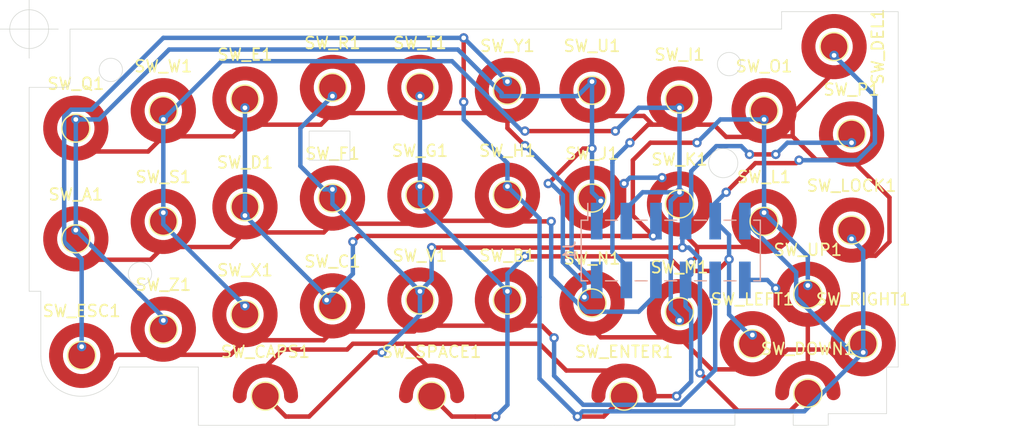
<source format=kicad_pcb>
(kicad_pcb (version 20211014) (generator pcbnew)
  (layers (0 "F.Cu" signal) (31 "B.Cu" signal) (34 "B.Paste" user) (35 "F.Paste" user) (36 "B.SilkS" user "B.Silkscreen") (37 "F.SilkS" user "F.Silkscreen") (38 "B.Mask" user) (39 "F.Mask" user) (44 "Edge.Cuts" user))
  (net 0 "")
  (net 1 "/INPUT5")
  (net 2 "/INPUT6")
  (net 3 "/INPUT1")
  (net 4 "/INPUT3")
  (net 5 "/INPUT4")
  (net 6 "/INPUT2")
  (net 7 "/OUTPUT1")
  (net 8 "/OUTPUT2")
  (net 9 "/OUTPUT3")
  (net 10 "/OUTPUT4")
  (net 11 "/OUTPUT5")
  (net 12 "/OUTPUT6")
  (footprint "Library:P22_Dome_Switch_Semi" (layer "F.Cu") (at 151 131.5)
    (fp_text reference "SW_ENTER1" (at 0 -3.81) (layer "F.SilkS"))
    (fp_text value "SW_SPST")
    (pad "1" smd circle (at 0 0) (size 2.3 2.3) (layers "F.Cu" "F.Mask") (net 2 "/INPUT6"))
    (pad "2" smd custom (at 0 -2.2) (size 1 1) (layers "F.Cu" "F.Mask") (net 10 "/OUTPUT4") (options (clearance outline) (anchor circle)) (primitives (gr_arc (start -2.2 2.2) (mid 0 0) (end 2.2 2.2) (width 1.2))))
  )
  (footprint "Library:P22_Dome_Switch_Semi" (layer "F.Cu") (at 134.5 131.5)
    (fp_text reference "SW_SPACE1" (at 0 -3.81) (layer "F.SilkS"))
    (fp_text value "SW_SPST")
    (pad "1" smd circle (at 0 0) (size 2.3 2.3) (layers "F.Cu" "F.Mask") (net 1 "/INPUT5"))
    (pad "2" smd custom (at 0 -2.2) (size 1 1) (layers "F.Cu" "F.Mask") (net 10 "/OUTPUT4") (options (clearance outline) (anchor circle)) (primitives (gr_arc (start -2.2 2.2) (mid 0 0) (end 2.2 2.2) (width 1.2))))
  )
  (footprint "Library:P22_Dome_Switch" (layer "F.Cu") (at 104 118)
    (fp_text reference "SW_A1" (at 0 -3.81) (layer "F.SilkS"))
    (fp_text value "SW_SPST")
    (pad "1" smd circle (at 0 0) (size 2.3 2.3) (layers "F.Cu" "F.Mask") (net 3 "/INPUT1"))
    (pad "2" smd custom (at 0 2.2) (size 1 1) (layers "F.Cu" "F.Mask") (net 9 "/OUTPUT3") (options (clearance outline) (anchor circle)) (primitives (gr_circle (center 0 -2.2) (end 2.2 -2.2) (width 1.2) (fill none))))
  )
  (footprint "Library:P22_Dome_Switch" (layer "F.Cu") (at 169 101.5)
    (fp_text reference "SW_DEL1" (at 3.75 0 270) (layer "F.SilkS"))
    (fp_text value "SW_SPST")
    (pad "1" smd circle (at 0 0) (size 2.3 2.3) (layers "F.Cu" "F.Mask") (net 1 "/INPUT5"))
    (pad "2" smd custom (at 0 2.2) (size 1 1) (layers "F.Cu" "F.Mask") (net 8 "/OUTPUT2") (options (clearance outline) (anchor circle)) (primitives (gr_circle (center 0 -2.2) (end 2.2 -2.2) (width 1.2) (fill none))))
  )
  (footprint "Library:P22_Dome_Switch" (layer "F.Cu") (at 148.25 123.5)
    (fp_text reference "SW_N1" (at 0 -3.81) (layer "F.SilkS"))
    (fp_text value "SW_SPST")
    (pad "1" smd circle (at 0 0) (size 2.3 2.3) (layers "F.Cu" "F.Mask") (net 3 "/INPUT1"))
    (pad "2" smd custom (at 0 2.2) (size 1 1) (layers "F.Cu" "F.Mask") (net 12 "/OUTPUT6") (options (clearance outline) (anchor circle)) (primitives (gr_circle (center 0 -2.2) (end 2.2 -2.2) (width 1.2) (fill none))))
  )
  (footprint "Library:P22_Dome_Switch" (layer "F.Cu") (at 133.5 123.25)
    (fp_text reference "SW_V1" (at 0 -3.81) (layer "F.SilkS"))
    (fp_text value "SW_SPST")
    (pad "1" smd circle (at 0 0) (size 2.3 2.3) (layers "F.Cu" "F.Mask") (net 5 "/INPUT4"))
    (pad "2" smd custom (at 0 2.2) (size 1 1) (layers "F.Cu" "F.Mask") (net 11 "/OUTPUT5") (options (clearance outline) (anchor circle)) (primitives (gr_circle (center 0 -2.2) (end 2.2 -2.2) (width 1.2) (fill none))))
  )
  (footprint "Library:P22_Dome_Switch" (layer "F.Cu") (at 118.5 115.25)
    (fp_text reference "SW_D1" (at 0 -3.81) (layer "F.SilkS"))
    (fp_text value "SW_SPST")
    (pad "1" smd circle (at 0 0) (size 2.3 2.3) (layers "F.Cu" "F.Mask") (net 4 "/INPUT3"))
    (pad "2" smd custom (at 0 2.2) (size 1 1) (layers "F.Cu" "F.Mask") (net 9 "/OUTPUT3") (options (clearance outline) (anchor circle)) (primitives (gr_circle (center 0 -2.2) (end 2.2 -2.2) (width 1.2) (fill none))))
  )
  (footprint "Library:P22_Dome_Switch" (layer "F.Cu") (at 141 123.25)
    (fp_text reference "SW_B1" (at 0 -3.81) (layer "F.SilkS"))
    (fp_text value "SW_SPST")
    (pad "1" smd circle (at 0 0) (size 2.3 2.3) (layers "F.Cu" "F.Mask") (net 1 "/INPUT5"))
    (pad "2" smd custom (at 0 2.2) (size 1 1) (layers "F.Cu" "F.Mask") (net 11 "/OUTPUT5") (options (clearance outline) (anchor circle)) (primitives (gr_circle (center 0 -2.2) (end 2.2 -2.2) (width 1.2) (fill none))))
  )
  (footprint "Library:P22_Dome_Switch" (layer "F.Cu") (at 171.5 127)
    (fp_text reference "SW_RIGHT1" (at 0 -3.81) (layer "F.SilkS"))
    (fp_text value "SW_SPST")
    (pad "1" smd circle (at 0 0) (size 2.3 2.3) (layers "F.Cu" "F.Mask") (net 2 "/INPUT6"))
    (pad "2" smd custom (at 0 2.2) (size 1 1) (layers "F.Cu" "F.Mask") (net 12 "/OUTPUT6") (options (clearance outline) (anchor circle)) (primitives (gr_circle (center 0 -2.2) (end 2.2 -2.2) (width 1.2) (fill none))))
  )
  (footprint "Library:P22_Dome_Switch" (layer "F.Cu") (at 141 114.25)
    (fp_text reference "SW_H1" (at 0 -3.81) (layer "F.SilkS"))
    (fp_text value "SW_SPST")
    (pad "1" smd circle (at 0 0) (size 2.3 2.3) (layers "F.Cu" "F.Mask") (net 2 "/INPUT6"))
    (pad "2" smd custom (at 0 2.2) (size 1 1) (layers "F.Cu" "F.Mask") (net 9 "/OUTPUT3") (options (clearance outline) (anchor circle)) (primitives (gr_circle (center 0 -2.2) (end 2.2 -2.2) (width 1.2) (fill none))))
  )
  (footprint "Library:P22_Dome_Switch" (layer "F.Cu") (at 126 114.5)
    (fp_text reference "SW_F1" (at 0 -3.81) (layer "F.SilkS"))
    (fp_text value "SW_SPST")
    (pad "1" smd circle (at 0 0) (size 2.3 2.3) (layers "F.Cu" "F.Mask") (net 5 "/INPUT4"))
    (pad "2" smd custom (at 0 2.2) (size 1 1) (layers "F.Cu" "F.Mask") (net 9 "/OUTPUT3") (options (clearance outline) (anchor circle)) (primitives (gr_circle (center 0 -2.2) (end 2.2 -2.2) (width 1.2) (fill none))))
  )
  (footprint "Library:P22_Dome_Switch" (layer "F.Cu") (at 111.5 116.5)
    (fp_text reference "SW_S1" (at 0 -3.81) (layer "F.SilkS"))
    (fp_text value "SW_SPST")
    (pad "1" smd circle (at 0 0) (size 2.3 2.3) (layers "F.Cu" "F.Mask") (net 6 "/INPUT2"))
    (pad "2" smd custom (at 0 2.2) (size 1 1) (layers "F.Cu" "F.Mask") (net 9 "/OUTPUT3") (options (clearance outline) (anchor circle)) (primitives (gr_circle (center 0 -2.2) (end 2.2 -2.2) (width 1.2) (fill none))))
  )
  (footprint "Library:P22_Dome_Switch" (layer "F.Cu") (at 155.75 115)
    (fp_text reference "SW_K1" (at 0 -3.81) (layer "F.SilkS"))
    (fp_text value "SW_SPST")
    (pad "1" smd circle (at 0 0) (size 2.3 2.3) (layers "F.Cu" "F.Mask") (net 6 "/INPUT2"))
    (pad "2" smd custom (at 0 2.2) (size 1 1) (layers "F.Cu" "F.Mask") (net 10 "/OUTPUT4") (options (clearance outline) (anchor circle)) (primitives (gr_circle (center 0 -2.2) (end 2.2 -2.2) (width 1.2) (fill none))))
  )
  (footprint "Library:P22_Dome_Switch" (layer "F.Cu") (at 118.5 106)
    (fp_text reference "SW_E1" (at 0 -3.81) (layer "F.SilkS"))
    (fp_text value "SW_SPST")
    (pad "1" smd circle (at 0 0) (size 2.3 2.3) (layers "F.Cu" "F.Mask") (net 4 "/INPUT3"))
    (pad "2" smd custom (at 0 2.2) (size 1 1) (layers "F.Cu" "F.Mask") (net 7 "/OUTPUT1") (options (clearance outline) (anchor circle)) (primitives (gr_circle (center 0 -2.2) (end 2.2 -2.2) (width 1.2) (fill none))))
  )
  (footprint "Library:P22_Dome_Switch" (layer "F.Cu") (at 126 123.75)
    (fp_text reference "SW_C1" (at 0 -3.81) (layer "F.SilkS"))
    (fp_text value "SW_SPST")
    (pad "1" smd circle (at 0 0) (size 2.3 2.3) (layers "F.Cu" "F.Mask") (net 4 "/INPUT3"))
    (pad "2" smd custom (at 0 2.2) (size 1 1) (layers "F.Cu" "F.Mask") (net 11 "/OUTPUT5") (options (clearance outline) (anchor circle)) (primitives (gr_circle (center 0 -2.2) (end 2.2 -2.2) (width 1.2) (fill none))))
  )
  (footprint "Library:P22_Dome_Switch" (layer "F.Cu") (at 111.5 107)
    (fp_text reference "SW_W1" (at 0 -3.81) (layer "F.SilkS"))
    (fp_text value "SW_SPST")
    (pad "1" smd circle (at 0 0) (size 2.3 2.3) (layers "F.Cu" "F.Mask") (net 6 "/INPUT2"))
    (pad "2" smd custom (at 0 2.2) (size 1 1) (layers "F.Cu" "F.Mask") (net 7 "/OUTPUT1") (options (clearance outline) (anchor circle)) (primitives (gr_circle (center 0 -2.2) (end 2.2 -2.2) (width 1.2) (fill none))))
  )
  (footprint "Library:P22_Dome_Switch" (layer "F.Cu") (at 133.5 105)
    (fp_text reference "SW_T1" (at 0 -3.81) (layer "F.SilkS"))
    (fp_text value "SW_SPST")
    (pad "1" smd circle (at 0 0) (size 2.3 2.3) (layers "F.Cu" "F.Mask") (net 1 "/INPUT5"))
    (pad "2" smd custom (at 0 2.2) (size 1 1) (layers "F.Cu" "F.Mask") (net 7 "/OUTPUT1") (options (clearance outline) (anchor circle)) (primitives (gr_circle (center 0 -2.2) (end 2.2 -2.2) (width 1.2) (fill none))))
  )
  (footprint "Library:P22_Dome_Switch" (layer "F.Cu") (at 126 105)
    (fp_text reference "SW_R1" (at 0 -3.81) (layer "F.SilkS"))
    (fp_text value "SW_SPST")
    (pad "1" smd circle (at 0 0) (size 2.3 2.3) (layers "F.Cu" "F.Mask") (net 5 "/INPUT4"))
    (pad "2" smd custom (at 0 2.2) (size 1 1) (layers "F.Cu" "F.Mask") (net 7 "/OUTPUT1") (options (clearance outline) (anchor circle)) (primitives (gr_circle (center 0 -2.2) (end 2.2 -2.2) (width 1.2) (fill none))))
  )
  (footprint "Library:P22_Dome_Switch" (layer "F.Cu") (at 141 105.25)
    (fp_text reference "SW_Y1" (at 0 -3.81) (layer "F.SilkS"))
    (fp_text value "SW_SPST")
    (pad "1" smd circle (at 0 0) (size 2.3 2.3) (layers "F.Cu" "F.Mask") (net 2 "/INPUT6"))
    (pad "2" smd custom (at 0 2.2) (size 1 1) (layers "F.Cu" "F.Mask") (net 7 "/OUTPUT1") (options (clearance outline) (anchor circle)) (primitives (gr_circle (center 0 -2.2) (end 2.2 -2.2) (width 1.2) (fill none))))
  )
  (footprint "Library:P22_Dome_Switch" (layer "F.Cu") (at 133.5 114.25)
    (fp_text reference "SW_G1" (at 0 -3.81) (layer "F.SilkS"))
    (fp_text value "SW_SPST")
    (pad "1" smd circle (at 0 0) (size 2.3 2.3) (layers "F.Cu" "F.Mask") (net 1 "/INPUT5"))
    (pad "2" smd custom (at 0 2.2) (size 1 1) (layers "F.Cu" "F.Mask") (net 9 "/OUTPUT3") (options (clearance outline) (anchor circle)) (primitives (gr_circle (center 0 -2.2) (end 2.2 -2.2) (width 1.2) (fill none))))
  )
  (footprint "Library:P22_Dome_Switch" (layer "F.Cu") (at 104 108.5)
    (fp_text reference "SW_Q1" (at 0 -3.81) (layer "F.SilkS"))
    (fp_text value "SW_SPST")
    (pad "1" smd circle (at 0 0) (size 2.3 2.3) (layers "F.Cu" "F.Mask") (net 3 "/INPUT1"))
    (pad "2" smd custom (at 0 2.2) (size 1 1) (layers "F.Cu" "F.Mask") (net 7 "/OUTPUT1") (options (clearance outline) (anchor circle)) (primitives (gr_circle (center 0 -2.2) (end 2.2 -2.2) (width 1.2) (fill none))))
  )
  (footprint "Library:P22_Dome_Switch" (layer "F.Cu") (at 170.5 109)
    (fp_text reference "SW_P1" (at 0 -3.81) (layer "F.SilkS"))
    (fp_text value "SW_SPST")
    (pad "1" smd circle (at 0 0) (size 2.3 2.3) (layers "F.Cu" "F.Mask") (net 5 "/INPUT4"))
    (pad "2" smd custom (at 0 2.2) (size 1 1) (layers "F.Cu" "F.Mask") (net 8 "/OUTPUT2") (options (clearance outline) (anchor circle)) (primitives (gr_circle (center 0 -2.2) (end 2.2 -2.2) (width 1.2) (fill none))))
  )
  (footprint "Library:P22_Dome_Switch" (layer "F.Cu") (at 170.5 117.25)
    (fp_text reference "SW_LOCK1" (at 0 -3.81) (layer "F.SilkS"))
    (fp_text value "SW_SPST")
    (pad "1" smd circle (at 0 0) (size 2.3 2.3) (layers "F.Cu" "F.Mask") (net 2 "/INPUT6"))
    (pad "2" smd custom (at 0 2.2) (size 1 1) (layers "F.Cu" "F.Mask") (net 8 "/OUTPUT2") (options (clearance outline) (anchor circle)) (primitives (gr_circle (center 0 -2.2) (end 2.2 -2.2) (width 1.2) (fill none))))
  )
  (footprint "Library:P22_Dome_Switch" (layer "F.Cu") (at 166.75 122.75)
    (fp_text reference "SW_UP1" (at 0 -3.81) (layer "F.SilkS"))
    (fp_text value "SW_SPST")
    (pad "1" smd circle (at 0 0) (size 2.3 2.3) (layers "F.Cu" "F.Mask") (net 4 "/INPUT3"))
    (pad "2" smd custom (at 0 2.2) (size 1 1) (layers "F.Cu" "F.Mask") (net 12 "/OUTPUT6") (options (clearance outline) (anchor circle)) (primitives (gr_circle (center 0 -2.2) (end 2.2 -2.2) (width 1.2) (fill none))))
  )
  (footprint "Library:P22_Dome_Switch" (layer "F.Cu") (at 148.25 105.25)
    (fp_text reference "SW_U1" (at 0 -3.81) (layer "F.SilkS"))
    (fp_text value "SW_SPST")
    (pad "1" smd circle (at 0 0) (size 2.3 2.3) (layers "F.Cu" "F.Mask") (net 3 "/INPUT1"))
    (pad "2" smd custom (at 0 2.2) (size 1 1) (layers "F.Cu" "F.Mask") (net 8 "/OUTPUT2") (options (clearance outline) (anchor circle)) (primitives (gr_circle (center 0 -2.2) (end 2.2 -2.2) (width 1.2) (fill none))))
  )
  (footprint "Library:P22_Dome_Switch_Semi" (layer "F.Cu") (at 166.75 131.25)
    (fp_text reference "SW_DOWN1" (at 0 -3.81) (layer "F.SilkS"))
    (fp_text value "SW_SPST")
    (pad "1" smd circle (at 0 0) (size 2.3 2.3) (layers "F.Cu" "F.Mask") (net 5 "/INPUT4"))
    (pad "2" smd custom (at 0 -2.2) (size 1 1) (layers "F.Cu" "F.Mask") (net 12 "/OUTPUT6") (options (clearance outline) (anchor circle)) (primitives (gr_arc (start -2.2 2.2) (mid 0 0) (end 2.2 2.2) (width 1.2))))
  )
  (footprint "Library:P22_Dome_Switch" (layer "F.Cu") (at 118.5 124.5)
    (fp_text reference "SW_X1" (at 0 -3.81) (layer "F.SilkS"))
    (fp_text value "SW_SPST")
    (pad "1" smd circle (at 0 0) (size 2.3 2.3) (layers "F.Cu" "F.Mask") (net 6 "/INPUT2"))
    (pad "2" smd custom (at 0 2.2) (size 1 1) (layers "F.Cu" "F.Mask") (net 11 "/OUTPUT5") (options (clearance outline) (anchor circle)) (primitives (gr_circle (center 0 -2.2) (end 2.2 -2.2) (width 1.2) (fill none))))
  )
  (footprint "Library:P22_Dome_Switch" (layer "F.Cu") (at 155.75 124.25)
    (fp_text reference "SW_M1" (at 0 -3.81) (layer "F.SilkS"))
    (fp_text value "SW_SPST")
    (pad "1" smd circle (at 0 0) (size 2.3 2.3) (layers "F.Cu" "F.Mask") (net 6 "/INPUT2"))
    (pad "2" smd custom (at 0 2.2) (size 1 1) (layers "F.Cu" "F.Mask") (net 12 "/OUTPUT6") (options (clearance outline) (anchor circle)) (primitives (gr_circle (center 0 -2.2) (end 2.2 -2.2) (width 1.2) (fill none))))
  )
  (footprint "Library:P22_Dome_Switch" (layer "F.Cu") (at 155.75 106)
    (fp_text reference "SW_I1" (at 0 -3.81) (layer "F.SilkS"))
    (fp_text value "SW_SPST")
    (pad "1" smd circle (at 0 0) (size 2.3 2.3) (layers "F.Cu" "F.Mask") (net 6 "/INPUT2"))
    (pad "2" smd custom (at 0 2.2) (size 1 1) (layers "F.Cu" "F.Mask") (net 8 "/OUTPUT2") (options (clearance outline) (anchor circle)) (primitives (gr_circle (center 0 -2.2) (end 2.2 -2.2) (width 1.2) (fill none))))
  )
  (footprint "Library:P22_Dome_Switch" (layer "F.Cu") (at 111.5 125.75)
    (fp_text reference "SW_Z1" (at 0 -3.81) (layer "F.SilkS"))
    (fp_text value "SW_SPST")
    (pad "1" smd circle (at 0 0) (size 2.3 2.3) (layers "F.Cu" "F.Mask") (net 3 "/INPUT1"))
    (pad "2" smd custom (at 0 2.2) (size 1 1) (layers "F.Cu" "F.Mask") (net 11 "/OUTPUT5") (options (clearance outline) (anchor circle)) (primitives (gr_circle (center 0 -2.2) (end 2.2 -2.2) (width 1.2) (fill none))))
  )
  (footprint "Library:P22_Dome_Switch" (layer "F.Cu") (at 163 116.5)
    (fp_text reference "SW_L1" (at 0 -3.81) (layer "F.SilkS"))
    (fp_text value "SW_SPST")
    (pad "1" smd circle (at 0 0) (size 2.3 2.3) (layers "F.Cu" "F.Mask") (net 4 "/INPUT3"))
    (pad "2" smd custom (at 0 2.2) (size 1 1) (layers "F.Cu" "F.Mask") (net 10 "/OUTPUT4") (options (clearance outline) (anchor circle)) (primitives (gr_circle (center 0 -2.2) (end 2.2 -2.2) (width 1.2) (fill none))))
  )
  (footprint "Library:P22_Dome_Switch_Semi" (layer "F.Cu") (at 120.25 131.5)
    (fp_text reference "SW_CAPS1" (at 0 -3.81) (layer "F.SilkS"))
    (fp_text value "SW_SPST")
    (pad "1" smd circle (at 0 0) (size 2.3 2.3) (layers "F.Cu" "F.Mask") (net 5 "/INPUT4"))
    (pad "2" smd custom (at 0 -2.2) (size 1 1) (layers "F.Cu" "F.Mask") (net 10 "/OUTPUT4") (options (clearance outline) (anchor circle)) (primitives (gr_arc (start -2.2 2.2) (mid 0 0) (end 2.2 2.2) (width 1.2))))
  )
  (footprint "Library:P22_Dome_Switch" (layer "F.Cu") (at 163 107)
    (fp_text reference "SW_O1" (at 0 -3.81) (layer "F.SilkS"))
    (fp_text value "SW_SPST")
    (pad "1" smd circle (at 0 0) (size 2.3 2.3) (layers "F.Cu" "F.Mask") (net 4 "/INPUT3"))
    (pad "2" smd custom (at 0 2.2) (size 1 1) (layers "F.Cu" "F.Mask") (net 8 "/OUTPUT2") (options (clearance outline) (anchor circle)) (primitives (gr_circle (center 0 -2.2) (end 2.2 -2.2) (width 1.2) (fill none))))
  )
  (footprint "Library:P22_Dome_Switch" (layer "F.Cu") (at 162 127)
    (fp_text reference "SW_LEFT1" (at 0 -3.81) (layer "F.SilkS"))
    (fp_text value "SW_SPST")
    (pad "1" smd circle (at 0 0) (size 2.3 2.3) (layers "F.Cu" "F.Mask") (net 1 "/INPUT5"))
    (pad "2" smd custom (at 0 2.2) (size 1 1) (layers "F.Cu" "F.Mask") (net 12 "/OUTPUT6") (options (clearance outline) (anchor circle)) (primitives (gr_circle (center 0 -2.2) (end 2.2 -2.2) (width 1.2) (fill none))))
  )
  (footprint "Library:P22_Dome_Switch" (layer "F.Cu") (at 148.25 114.5)
    (fp_text reference "SW_J1" (at 0 -3.81) (layer "F.SilkS"))
    (fp_text value "SW_SPST")
    (pad "1" smd circle (at 0 0) (size 2.3 2.3) (layers "F.Cu" "F.Mask") (net 3 "/INPUT1"))
    (pad "2" smd custom (at 0 2.2) (size 1 1) (layers "F.Cu" "F.Mask") (net 10 "/OUTPUT4") (options (clearance outline) (anchor circle)) (primitives (gr_circle (center 0 -2.2) (end 2.2 -2.2) (width 1.2) (fill none))))
  )
  (footprint "Library:P22_Dome_Switch" (layer "F.Cu") (at 104.5 128)
    (fp_text reference "SW_ESC1" (at 0 -3.81) (layer "F.SilkS"))
    (fp_text value "SW_SPST")
    (pad "1" smd circle (at 0 0) (size 2.3 2.3) (layers "F.Cu" "F.Mask") (net 2 "/INPUT6"))
    (pad "2" smd custom (at 0 2.2) (size 1 1) (layers "F.Cu" "F.Mask") (net 11 "/OUTPUT5") (options (clearance outline) (anchor circle)) (primitives (gr_circle (center 0 -2.2) (end 2.2 -2.2) (width 1.2) (fill none))))
  )
  (footprint "Connector_PinHeader_2.54mm:PinHeader_2x06_P2.54mm_Vertical_SMD" (layer "B.Cu") (at 155 119 -90)
    (fp_text reference "J1" (at 0 8.68 90) (layer "B.SilkS") (effects (justify mirror)))
    (fp_text value "Conn_02x06_Counter_Clockwise")
    (pad "1" smd rect (at -2.525 6.35 270) (size 3.15 1) (layers "B.Cu" "B.Paste" "B.Mask") (net 3 "/INPUT1"))
    (pad "2" smd rect (at 2.525 6.35 270) (size 3.15 1) (layers "B.Cu" "B.Paste" "B.Mask") (net 7 "/OUTPUT1"))
    (pad "3" smd rect (at -2.525 3.81 270) (size 3.15 1) (layers "B.Cu" "B.Paste" "B.Mask") (net 6 "/INPUT2"))
    (pad "4" smd rect (at 2.525 3.81 270) (size 3.15 1) (layers "B.Cu" "B.Paste" "B.Mask") (net 8 "/OUTPUT2"))
    (pad "5" smd rect (at -2.525 1.27 270) (size 3.15 1) (layers "B.Cu" "B.Paste" "B.Mask") (net 4 "/INPUT3"))
    (pad "6" smd rect (at 2.525 1.27 270) (size 3.15 1) (layers "B.Cu" "B.Paste" "B.Mask") (net 9 "/OUTPUT3"))
    (pad "7" smd rect (at -2.525 -1.27 270) (size 3.15 1) (layers "B.Cu" "B.Paste" "B.Mask") (net 5 "/INPUT4"))
    (pad "8" smd rect (at 2.525 -1.27 270) (size 3.15 1) (layers "B.Cu" "B.Paste" "B.Mask") (net 10 "/OUTPUT4"))
    (pad "9" smd rect (at -2.525 -3.81 270) (size 3.15 1) (layers "B.Cu" "B.Paste" "B.Mask") (net 1 "/INPUT5"))
    (pad "10" smd rect (at 2.525 -3.81 270) (size 3.15 1) (layers "B.Cu" "B.Paste" "B.Mask") (net 11 "/OUTPUT5"))
    (pad "11" smd rect (at -2.525 -6.35 270) (size 3.15 1) (layers "B.Cu" "B.Paste" "B.Mask") (net 2 "/INPUT6"))
    (pad "12" smd rect (at 2.525 -6.35 270) (size 3.15 1) (layers "B.Cu" "B.Paste" "B.Mask") (net 12 "/OUTPUT6"))
  )
  (gr_line (start 164.5 98.5) (end 164.5 100) (layer "Edge.Cuts") (width 0.05))
  (gr_line (start 145 134) (end 160.5 134) (layer "Edge.Cuts") (width 0.05))
  (gr_circle (center 159.5 111.5) (end 160.75 111.5) (layer "Edge.Cuts") (width 0.05) (fill none))
  (gr_line (start 103.5 100) (end 103.5 104.4) (layer "Edge.Cuts") (width 0.05))
  (gr_line (start 114.5 129) (end 114.5 129) (layer "Edge.Cuts") (width 0.05))
  (gr_line (start 174.5 129) (end 174.5 98.5) (layer "Edge.Cuts") (width 0.05))
  (gr_line (start 168.5 134) (end 168.5 133) (layer "Edge.Cuts") (width 0.05))
  (gr_line (start 168.5 133) (end 173.5 133) (layer "Edge.Cuts") (width 0.05))
  (gr_arc (start 107.75 129) (mid 103.968777 131.474663) (end 101 128.067617) (layer "Edge.Cuts") (width 0.05))
  (gr_line (start 160.5 134) (end 160.5 133) (layer "Edge.Cuts") (width 0.05))
  (gr_line (start 160.5 133) (end 165.5 133) (layer "Edge.Cuts") (width 0.05))
  (gr_line (start 103.5 100) (end 164.5 100) (layer "Edge.Cuts") (width 0.05))
  (gr_line (start 114.5 134) (end 145 134) (layer "Edge.Cuts") (width 0.05))
  (gr_line (start 114.5 134) (end 114.5 129) (layer "Edge.Cuts") (width 0.05))
  (gr_line (start 101 122.5) (end 101 128.067617) (layer "Edge.Cuts") (width 0.05))
  (gr_line (start 173.5 129) (end 174.5 129) (layer "Edge.Cuts") (width 0.05))
  (gr_arc (start 103.5 104.4) (mid 103.411698 104.808258) (end 103.05 105) (layer "Edge.Cuts") (width 0.05))
  (gr_circle (center 107 103.5) (end 107 102.5) (layer "Edge.Cuts") (width 0.05) (fill none))
  (gr_line (start 100 122.5) (end 101 122.5) (layer "Edge.Cuts") (width 0.05))
  (gr_line (start 165.5 133) (end 165.5 134) (layer "Edge.Cuts") (width 0.05))
  (gr_circle (center 109.5 121) (end 109.5 120) (layer "Edge.Cuts") (width 0.05) (fill none))
  (gr_line (start 165.5 134) (end 168.5 134) (layer "Edge.Cuts") (width 0.05))
  (gr_line (start 174.5 98.5) (end 164.5 98.5) (layer "Edge.Cuts") (width 0.05))
  (gr_line (start 114.5 129) (end 107.75 129) (layer "Edge.Cuts") (width 0.05))
  (gr_line (start 173.5 133) (end 173.5 129) (layer "Edge.Cuts") (width 0.05))
  (gr_line (start 100 105) (end 103.05 105) (layer "Edge.Cuts") (width 0.05))
  (gr_circle (center 160 103) (end 160 102) (layer "Edge.Cuts") (width 0.05) (fill none))
  (gr_line (start 100 105) (end 100 122.5) (layer "Edge.Cuts") (width 0.05))
  (gr_rect (start 124 108.75) (end 127.5 111.25) (layer "Edge.Cuts") (width 0.05) (fill none))
  (target plus (at 100 100) (size 5) (width 0.05) (layer "Edge.Cuts"))
  (segment (start 169 101.5) (end 169 102.25) (width 0.381) (layer "F.Cu") (net 1))
  (segment (start 133.5 105) (end 133.5 105.75) (width 0.381) (layer "F.Cu") (net 1))
  (segment (start 141 123.25) (end 141 122.5) (width 0.381) (layer "F.Cu") (net 1))
  (segment (start 133.5 114.25) (end 133.5 113.5) (width 0.381) (layer "F.Cu") (net 1))
  (segment (start 159.75 114) (end 162.25 111.5) (width 0.381) (layer "F.Cu") (net 1))
  (segment (start 138.25 133.25) (end 140 133.25) (width 0.381) (layer "F.Cu") (net 1))
  (segment (start 154.75 119.5) (end 156 120.75) (width 0.381) (layer "F.Cu") (net 1))
  (segment (start 134.5 131.5) (end 136.25 133.25) (width 0.381) (layer "F.Cu") (net 1))
  (segment (start 162.25 111.5) (end 165.75 111.5) (width 0.381) (layer "F.Cu") (net 1))
  (segment (start 159 120.75) (end 160 119.75) (width 0.381) (layer "F.Cu") (net 1))
  (segment (start 165.75 111.5) (end 166 111.25) (width 0.381) (layer "F.Cu") (net 1))
  (segment (start 162 127) (end 162 126.25) (width 0.381) (layer "F.Cu") (net 1))
  (segment (start 142.5 119.5) (end 154.75 119.5) (width 0.381) (layer "F.Cu") (net 1))
  (segment (start 156 120.75) (end 159 120.75) (width 0.381) (layer "F.Cu") (net 1))
  (segment (start 136.25 133.25) (end 138.25 133.25) (width 0.381) (layer "F.Cu") (net 1))
  (via (at 133.5 105.75) (size 0.8) (drill 0.4) (layers "F.Cu" "B.Cu") (net 1))
  (via (at 166 111.25) (size 0.8) (drill 0.4) (layers "F.Cu" "B.Cu") (net 1))
  (via (at 160 119.75) (size 0.8) (drill 0.4) (layers "F.Cu" "B.Cu") (net 1))
  (via (at 162 126.25) (size 0.8) (drill 0.4) (layers "F.Cu" "B.Cu") (net 1))
  (via (at 133.5 113.5) (size 0.8) (drill 0.4) (layers "F.Cu" "B.Cu") (net 1))
  (via (at 169 102.25) (size 0.8) (drill 0.4) (layers "F.Cu" "B.Cu") (net 1))
  (via (at 140 133.25) (size 0.8) (drill 0.4) (layers "F.Cu" "B.Cu") (net 1))
  (via (at 159.75 114) (size 0.8) (drill 0.4) (layers "F.Cu" "B.Cu") (net 1))
  (via (at 142.5 119.5) (size 0.8) (drill 0.4) (layers "F.Cu" "B.Cu") (net 1))
  (via (at 141 122.5) (size 0.8) (drill 0.4) (layers "F.Cu" "B.Cu") (net 1))
  (segment (start 162 126.25) (end 161.75 126.25) (width 0.381) (layer "B.Cu") (net 1))
  (segment (start 161.75 126.25) (end 160 124.5) (width 0.381) (layer "B.Cu") (net 1))
  (segment (start 140 133.25) (end 141 132.25) (width 0.381) (layer "B.Cu") (net 1))
  (segment (start 141 122.5) (end 141 121) (width 0.381) (layer "B.Cu") (net 1))
  (segment (start 160 124.5) (end 160 119.75) (width 0.381) (layer "B.Cu") (net 1))
  (segment (start 141 132.25) (end 141 122.5) (width 0.381) (layer "B.Cu") (net 1))
  (segment (start 133.5 113.5) (end 133.5 105.75) (width 0.381) (layer "B.Cu") (net 1))
  (segment (start 172.5 105.75) (end 169 102.25) (width 0.381) (layer "B.Cu") (net 1))
  (segment (start 133.5 115) (end 133.5 113.5) (width 0.381) (layer "B.Cu") (net 1))
  (segment (start 158.81 116.475) (end 158.81 114.94) (width 0.381) (layer "B.Cu") (net 1))
  (segment (start 160 117.665) (end 158.81 116.475) (width 0.381) (layer "B.Cu") (net 1))
  (segment (start 141 122.5) (end 133.5 115) (width 0.381) (layer "B.Cu") (net 1))
  (segment (start 172.5 109.75) (end 172.5 105.75) (width 0.381) (layer "B.Cu") (net 1))
  (segment (start 166 111.25) (end 171 111.25) (width 0.381) (layer "B.Cu") (net 1))
  (segment (start 158.81 114.94) (end 159.75 114) (width 0.381) (layer "B.Cu") (net 1))
  (segment (start 171 111.25) (end 172.5 109.75) (width 0.381) (layer "B.Cu") (net 1))
  (segment (start 160 119.75) (end 160 117.665) (width 0.381) (layer "B.Cu") (net 1))
  (segment (start 141 121) (end 142.5 119.5) (width 0.381) (layer "B.Cu") (net 1))
  (segment (start 141 114.25) (end 141 113.5) (width 0.381) (layer "F.Cu") (net 2))
  (segment (start 104.5 128) (end 104.5 127.25) (width 0.381) (layer "F.Cu") (net 2))
  (segment (start 147 133.25) (end 149.25 133.25) (width 0.381) (layer "F.Cu") (net 2))
  (segment (start 137.25 106.25) (end 137.25 100.75) (width 0.381) (layer "F.Cu") (net 2))
  (segment (start 149.25 133.25) (end 151 131.5) (width 0.381) (layer "F.Cu") (net 2))
  (segment (start 170.5 117.25) (end 170.5 118) (width 0.381) (layer "F.Cu") (net 2))
  (segment (start 141 105.25) (end 141 104.5) (width 0.381) (layer "F.Cu") (net 2))
  (segment (start 171.5 127) (end 171.5 127.75) (width 0.381) (layer "F.Cu") (net 2))
  (via (at 137.25 100.75) (size 0.8) (drill 0.4) (layers "F.Cu" "B.Cu") (net 2))
  (via (at 141 104.5) (size 0.8) (drill 0.4) (layers "F.Cu" "B.Cu") (net 2))
  (via (at 170.5 118) (size 0.8) (drill 0.4) (layers "F.Cu" "B.Cu") (net 2))
  (via (at 104.5 127.25) (size 0.8) (drill 0.4) (layers "F.Cu" "B.Cu") (net 2))
  (via (at 141 113.5) (size 0.8) (drill 0.4) (layers "F.Cu" "B.Cu") (net 2))
  (via (at 171.5 127.75) (size 0.8) (drill 0.4) (layers "F.Cu" "B.Cu") (net 2))
  (via (at 147 133.25) (size 0.8) (drill 0.4) (layers "F.Cu" "B.Cu") (net 2))
  (via (at 137.25 106.25) (size 0.8) (drill 0.4) (layers "F.Cu" "B.Cu") (net 2))
  (segment (start 103 107.5) (end 103 118.25) (width 0.381) (layer "B.Cu") (net 2))
  (segment (start 147.4505 132.7995) (end 147 133.25) (width 0.381) (layer "B.Cu") (net 2))
  (segment (start 141 113.5) (end 141 111.5) (width 0.381) (layer "B.Cu") (net 2))
  (segment (start 141 104.5) (end 137.25 100.75) (width 0.381) (layer "B.Cu") (net 2))
  (segment (start 171.5 119) (end 171.5 127.75) (width 0.381) (layer "B.Cu") (net 2))
  (segment (start 171.5 127.75) (end 166.4505 132.7995) (width 0.381) (layer "B.Cu") (net 2))
  (segment (start 103.587066 106.912934) (end 103 107.5) (width 0.381) (layer "B.Cu") (net 2))
  (segment (start 143.75 123) (end 143.75 130) (width 0.381) (layer "B.Cu") (net 2))
  (segment (start 143.75 116.25) (end 143.75 123) (width 0.381) (layer "B.Cu") (net 2))
  (segment (start 165.75 123) (end 170.5 127.75) (width 0.381) (layer "B.Cu") (net 2))
  (segment (start 143.75 130) (end 147 133.25) (width 0.381) (layer "B.Cu") (net 2))
  (segment (start 137.25 100.75) (end 111.5 100.75) (width 0.381) (layer "B.Cu") (net 2))
  (segment (start 111.5 100.75) (end 105.337066 106.912934) (width 0.381) (layer "B.Cu") (net 2))
  (segment (start 170.5 127.75) (end 171.5 127.75) (width 0.381) (layer "B.Cu") (net 2))
  (segment (start 170.5 118) (end 171.5 119) (width 0.381) (layer "B.Cu") (net 2))
  (segment (start 161.35 116.475) (end 165.75 120.875) (width 0.381) (layer "B.Cu") (net 2))
  (segment (start 137.25 107.75) (end 137.25 106.25) (width 0.381) (layer "B.Cu") (net 2))
  (segment (start 141 111.5) (end 137.25 107.75) (width 0.381) (layer "B.Cu") (net 2))
  (segment (start 105.337066 106.912934) (end 103.587066 106.912934) (width 0.381) (layer "B.Cu") (net 2))
  (segment (start 103 118.25) (end 104.5 119.75) (width 0.381) (layer "B.Cu") (net 2))
  (segment (start 166.4505 132.7995) (end 147.4505 132.7995) (width 0.381) (layer "B.Cu") (net 2))
  (segment (start 104.5 119.75) (end 104.5 127.25) (width 0.381) (layer "B.Cu") (net 2))
  (segment (start 141 113.5) (end 143.75 116.25) (width 0.381) (layer "B.Cu") (net 2))
  (segment (start 165.75 120.875) (end 165.75 123) (width 0.381) (layer "B.Cu") (net 2))
  (segment (start 148.25 123.5) (end 148.098098 123.5) (width 0.381) (layer "F.Cu") (net 3))
  (segment (start 147.5 110.25) (end 148.25 110.25) (width 0.381) (layer "F.Cu") (net 3))
  (segment (start 148.25 114.5) (end 148.75 114.5) (width 0.381) (layer "F.Cu") (net 3))
  (segment (start 148.25 105.25) (end 148.25 104.5) (width 0.381) (layer "F.Cu") (net 3))
  (segment (start 148.098098 123.5) (end 147.598098 123) (width 0.381) (layer "F.Cu") (net 3))
  (segment (start 144.5 113.25) (end 147.5 110.25) (width 0.381) (layer "F.Cu") (net 3))
  (segment (start 148.75 114.5) (end 149 114.75) (width 0.381) (layer "F.Cu") (net 3))
  (segment (start 104 118) (end 104 117.25) (width 0.381) (layer "F.Cu") (net 3))
  (segment (start 104 108.5) (end 104 107.75) (width 0.381) (layer "F.Cu") (net 3))
  (segment (start 111.5 125.75) (end 111.5 125) (width 0.381) (layer "F.Cu") (net 3))
  (via (at 111.5 125) (size 0.8) (drill 0.4) (layers "F.Cu" "B.Cu") (net 3))
  (via (at 104 107.75) (size 0.8) (drill 0.4) (layers "F.Cu" "B.Cu") (net 3))
  (via (at 149 114.75) (size 0.8) (drill 0.4) (layers "F.Cu" "B.Cu") (net 3))
  (via (at 104 117.25) (size 0.8) (drill 0.4) (layers "F.Cu" "B.Cu") (net 3))
  (via (at 144.5 113.25) (size 0.8) (drill 0.4) (layers "F.Cu" "B.Cu") (net 3))
  (via (at 148.25 110.25) (size 0.8) (drill 0.4) (layers "F.Cu" "B.Cu") (net 3))
  (via (at 148.25 104.5) (size 0.8) (drill 0.4) (layers "F.Cu" "B.Cu") (net 3))
  (via (at 147.598098 123) (size 0.8) (drill 0.4) (layers "F.Cu" "B.Cu") (net 3))
  (segment (start 104 107.75) (end 106 107.75) (width 0.381) (layer "B.Cu") (net 3))
  (segment (start 140.5 105.5) (end 140.5 105.75) (width 0.381) (layer "B.Cu") (net 3))
  (segment (start 149 114.75) (end 149 116.125) (width 0.381) (layer "B.Cu") (net 3))
  (segment (start 140.5 105.75) (end 147 105.75) (width 0.381) (layer "B.Cu") (net 3))
  (segment (start 148.25 110.25) (end 148.25 114) (width 0.381) (layer "B.Cu") (net 3))
  (segment (start 145.75 120) (end 145.75 115) (width 0.381) (layer "B.Cu") (net 3))
  (segment (start 147.598098 123) (end 147.598098 121.848098) (width 0.381) (layer "B.Cu") (net 3))
  (segment (start 145.75 115) (end 145.75 114.25) (width 0.381) (layer "B.Cu") (net 3))
  (segment (start 145.75 114.25) (end 145 113.5) (width 0.381) (layer "B.Cu") (net 3))
  (segment (start 148.25 104.5) (end 148.25 110.25) (width 0.381) (layer "B.Cu") (net 3))
  (segment (start 106 107.75) (end 112 101.75) (width 0.381) (layer "B.Cu") (net 3))
  (segment (start 111.5 124.75) (end 104 117.25) (width 0.381) (layer "B.Cu") (net 3))
  (segment (start 145 113.5) (end 144.75 113.25) (width 0.381) (layer "B.Cu") (net 3))
  (segment (start 104 117.25) (end 104 107.75) (width 0.381) (layer "B.Cu") (net 3))
  (segment (start 147.598098 121.848098) (end 146 120.25) (width 0.381) (layer "B.Cu") (net 3))
  (segment (start 148.25 114) (end 149 114.75) (width 0.381) (layer "B.Cu") (net 3))
  (segment (start 146 120.25) (end 145.75 120) (width 0.381) (layer "B.Cu") (net 3))
  (segment (start 112 101.75) (end 136.75 101.75) (width 0.381) (layer "B.Cu") (net 3))
  (segment (start 149 116.125) (end 148.65 116.475) (width 0.381) (layer "B.Cu") (net 3))
  (segment (start 147 105.75) (end 148.25 104.5) (width 0.381) (layer "B.Cu") (net 3))
  (segment (start 136.75 101.75) (end 140.5 105.5) (width 0.381) (layer "B.Cu") (net 3))
  (segment (start 111.5 125) (end 111.5 124.75) (width 0.381) (layer "B.Cu") (net 3))
  (segment (start 144.75 113.25) (end 144.5 113.25) (width 0.381) (layer "B.Cu") (net 3))
  (segment (start 163 107) (end 163 107.75) (width 0.381) (layer "F.Cu") (net 4))
  (segment (start 153.25 109.75) (end 151.75 111.25) (width 0.381) (layer "F.Cu") (net 4))
  (segment (start 118.5 106) (end 118.5 106.75) (width 0.381) (layer "F.Cu") (net 4))
  (segment (start 151.75 116) (end 153.5 117.75) (width 0.381) (layer "F.Cu") (net 4))
  (segment (start 128.25 117.75) (end 127.75 118.25) (width 0.381) (layer "F.Cu") (net 4))
  (segment (start 153.5 117.75) (end 128.25 117.75) (width 0.381) (layer "F.Cu") (net 4))
  (segment (start 126 123.75) (end 125.5 123.25) (width 0.381) (layer "F.Cu") (net 4))
  (segment (start 118.5 115.25) (end 118.5 116) (width 0.381) (layer "F.Cu") (net 4))
  (segment (start 166.75 122.75) (end 166.75 122) (width 0.381) (layer "F.Cu") (net 4))
  (segment (start 163 116.5) (end 163 115.75) (width 0.381) (layer "F.Cu") (net 4))
  (segment (start 151.75 111.25) (end 151.75 116) (width 0.381) (layer "F.Cu") (net 4))
  (segment (start 157.25 109.75) (end 153.25 109.75) (width 0.381) (layer "F.Cu") (net 4))
  (via (at 118.5 116) (size 0.8) (drill 0.4) (layers "F.Cu" "B.Cu") (net 4))
  (via (at 118.5 106.75) (size 0.8) (drill 0.4) (layers "F.Cu" "B.Cu") (net 4))
  (via (at 163 107.75) (size 0.8) (drill 0.4) (layers "F.Cu" "B.Cu") (net 4))
  (via (at 153.5 117.75) (size 0.8) (drill 0.4) (layers "F.Cu" "B.Cu") (net 4))
  (via (at 166.75 122) (size 0.8) (drill 0.4) (layers "F.Cu" "B.Cu") (net 4))
  (via (at 163 115.75) (size 0.8) (drill 0.4) (layers "F.Cu" "B.Cu") (net 4))
  (via (at 157.25 109.75) (size 0.8) (drill 0.4) (layers "F.Cu" "B.Cu") (net 4))
  (via (at 127.75 118.25) (size 0.8) (drill 0.4) (layers "F.Cu" "B.Cu") (net 4))
  (via (at 125.5 123.25) (size 0.8) (drill 0.4) (layers "F.Cu" "B.Cu") (net 4))
  (segment (start 166.75 122) (end 166.75 119.5) (width 0.381) (layer "B.Cu") (net 4))
  (segment (start 153.73 116.475) (end 153.73 117.52) (width 0.381) (layer "B.Cu") (net 4))
  (segment (start 159.25 107.75) (end 157.25 109.75) (width 0.381) (layer "B.Cu") (net 4))
  (segment (start 163 115.75) (end 163 107.75) (width 0.381) (layer "B.Cu") (net 4))
  (segment (start 125.5 123) (end 125.5 123.25) (width 0.381) (layer "B.Cu") (net 4))
  (segment (start 127.75 121) (end 127.75 118.25) (width 0.381) (layer "B.Cu") (net 4))
  (segment (start 125.5 123.25) (end 127.75 121) (width 0.381) (layer "B.Cu") (net 4))
  (segment (start 118.5 106.75) (end 118.5 116) (width 0.381) (layer "B.Cu") (net 4))
  (segment (start 163 107.75) (end 159.25 107.75) (width 0.381) (layer "B.Cu") (net 4))
  (segment (start 153.73 117.52) (end 153.5 117.75) (width 0.381) (layer "B.Cu") (net 4))
  (segment (start 118.5 116) (end 125.5 123) (width 0.381) (layer "B.Cu") (net 4))
  (segment (start 166.75 119.5) (end 163 115.75) (width 0.381) (layer "B.Cu") (net 4))
  (segment (start 165 132.75) (end 160.75 132.75) (width 0.381) (layer "F.Cu") (net 5))
  (segment (start 166.75 131.25) (end 165.25 132.75) (width 0.381) (layer "F.Cu") (net 5))
  (segment (start 122.25 133.25) (end 124 133.25) (width 0.381) (layer "F.Cu") (net 5))
  (segment (start 126 114.5) (end 126 113.75) (width 0.381) (layer "F.Cu") (net 5))
  (segment (start 129.5 127.75) (end 130.25 127.75) (width 0.381) (layer "F.Cu") (net 5))
  (segment (start 164 110.75) (end 161.75 110.75) (width 0.381) (layer "F.Cu") (net 5))
  (segment (start 165.25 132.75) (end 165 132.75) (width 0.381) (layer "F.Cu") (net 5))
  (segment (start 129.25 128) (end 129.5 127.75) (width 0.381) (layer "F.Cu") (net 5))
  (segment (start 122 133.25) (end 122.25 133.25) (width 0.381) (layer "F.Cu") (net 5))
  (segment (start 120.25 131.5) (end 122 133.25) (width 0.381) (layer "F.Cu") (net 5))
  (segment (start 133.5 123.25) (end 133.5 122.5) (width 0.381) (layer "F.Cu") (net 5))
  (segment (start 126 105) (end 126 105.75) (width 0.381) (layer "F.Cu") (net 5))
  (segment (start 124 133.25) (end 129.25 128) (width 0.381) (layer "F.Cu") (net 5))
  (segment (start 134.5 118.75) (end 156 118.75) (width 0.381) (layer "F.Cu") (net 5))
  (segment (start 170.5 109) (end 170.5 109.75) (width 0.381) (layer "F.Cu") (net 5))
  (segment (start 160.75 132.75) (end 157.5 129.5) (width 0.381) (layer "F.Cu") (net 5))
  (via (at 134.5 118.75) (size 0.8) (drill 0.4) (layers "F.Cu" "B.Cu") (net 5))
  (via (at 126 105.75) (size 0.8) (drill 0.4) (layers "F.Cu" "B.Cu") (net 5))
  (via (at 157.5 129.5) (size 0.8) (drill 0.4) (layers "F.Cu" "B.Cu") (net 5))
  (via (at 156 118.75) (size 0.8) (drill 0.4) (layers "F.Cu" "B.Cu") (net 5))
  (via (at 164 110.75) (size 0.8) (drill 0.4) (layers "F.Cu" "B.Cu") (net 5))
  (via (at 161.75 110.75) (size 0.8) (drill 0.4) (layers "F.Cu" "B.Cu") (net 5))
  (via (at 126 113.75) (size 0.8) (drill 0.4) (layers "F.Cu" "B.Cu") (net 5))
  (via (at 133.5 122.5) (size 0.8) (drill 0.4) (layers "F.Cu" "B.Cu") (net 5))
  (via (at 130.25 127.75) (size 0.8) (drill 0.4) (layers "F.Cu" "B.Cu") (net 5))
  (via (at 170.5 109.75) (size 0.8) (drill 0.4) (layers "F.Cu" "B.Cu") (net 5))
  (segment (start 126 115) (end 126 113.75) (width 0.381) (layer "B.Cu") (net 5))
  (segment (start 123.25 108.5) (end 126 105.75) (width 0.381) (layer "B.Cu") (net 5))
  (segment (start 156 116.745) (end 156.27 116.475) (width 0.381) (layer "B.Cu") (net 5))
  (segment (start 133.5 122.5) (end 134.5 121.5) (width 0.381) (layer "B.Cu") (net 5))
  (segment (start 156.75 115.995) (end 156.27 116.475) (width 0.381) (layer "B.Cu") (net 5))
  (segment (start 134.5 121.5) (end 134.5 118.75) (width 0.381) (layer "B.Cu") (net 5))
  (segment (start 125.25 113.75) (end 123.25 111.75) (width 0.381) (layer "B.Cu") (net 5))
  (segment (start 170.5 109.75) (end 165 109.75) (width 0.381) (layer "B.Cu") (net 5))
  (segment (start 156.55062 118.75) (end 156 118.75) (width 0.381) (layer "B.Cu") (net 5))
  (segment (start 158.907657 110.038902) (end 156.75 112.196559) (width 0.381) (layer "B.Cu") (net 5))
  (segment (start 157.5 119.69938) (end 156.55062 118.75) (width 0.381) (layer "B.Cu") (net 5))
  (segment (start 165 109.75) (end 164 110.75) (width 0.381) (layer "B.Cu") (net 5))
  (segment (start 130.25 127.75) (end 133.5 124.5) (width 0.381) (layer "B.Cu") (net 5))
  (segment (start 157.5 129.5) (end 157.5 119.69938) (width 0.381) (layer "B.Cu") (net 5))
  (segment (start 133.5 124.5) (end 133.5 122.5) (width 0.381) (layer "B.Cu") (net 5))
  (segment (start 156 118.75) (end 156 116.745) (width 0.381) (layer "B.Cu") (net 5))
  (segment (start 123.25 111.75) (end 123.25 108.5) (width 0.381) (layer "B.Cu") (net 5))
  (segment (start 156.75 112.196559) (end 156.75 115.995) (width 0.381) (layer "B.Cu") (net 5))
  (segment (start 126 113.75) (end 125.25 113.75) (width 0.381) (layer "B.Cu") (net 5))
  (segment (start 133.5 122.5) (end 126 115) (width 0.381) (layer "B.Cu") (net 5))
  (segment (start 161.038902 110.038902) (end 158.907657 110.038902) (width 0.381) (layer "B.Cu") (net 5))
  (segment (start 161.75 110.75) (end 161.038902 110.038902) (width 0.381) (layer "B.Cu") (net 5))
  (segment (start 118.5 124.5) (end 118.5 123.75) (width 0.381) (layer "F.Cu") (net 6))
  (segment (start 155.75 124.25) (end 155.75 125) (width 0.381) (layer "F.Cu") (net 6))
  (segment (start 155.75 115) (end 155.75 114) (width 0.381) (layer "F.Cu") (net 6))
  (segment (start 111.5 107) (end 111.5 107.75) (width 0.381) (layer "F.Cu") (net 6))
  (segment (start 150.25 108.75) (end 142.5 108.75) (width 0.381) (layer "F.Cu") (net 6))
  (segment (start 111.5 116.5) (end 111.5 115.75) (width 0.381) (layer "F.Cu") (net 6))
  (segment (start 155.75 106) (end 155.75 106.75) (width 0.381) (layer "F.Cu") (net 6))
  (via (at 142.5 108.75) (size 0.8) (drill 0.4) (layers "F.Cu" "B.Cu") (net 6))
  (via (at 155.75 125) (size 0.8) (drill 0.4) (layers "F.Cu" "B.Cu") (net 6))
  (via (at 150.25 108.75) (size 0.8) (drill 0.4) (layers "F.Cu" "B.Cu") (net 6))
  (via (at 111.5 115.75) (size 0.8) (drill 0.4) (layers "F.Cu" "B.Cu") (net 6))
  (via (at 118.5 123.75) (size 0.8) (drill 0.4) (layers "F.Cu" "B.Cu") (net 6))
  (via (at 155.75 114) (size 0.8) (drill 0.4) (layers "F.Cu" "B.Cu") (net 6))
  (via (at 155.75 106.75) (size 0.8) (drill 0.4) (layers "F.Cu" "B.Cu") (net 6))
  (via (at 111.5 107.75) (size 0.8) (drill 0.4) (layers "F.Cu" "B.Cu") (net 6))
  (segment (start 155.75 114) (end 155.75 106.75) (width 0.381) (layer "B.Cu") (net 6))
  (segment (start 117.25 102.75) (end 136.25 102.75) (width 0.381) (layer "B.Cu") (net 6))
  (segment (start 155.75 124.75) (end 155 124) (width 0.381) (layer "B.Cu") (net 6))
  (segment (start 155 124) (end 155 114.75) (width 0.381) (layer "B.Cu") (net 6))
  (segment (start 111.5 107.75) (end 111.5 115.75) (width 0.381) (layer "B.Cu") (net 6))
  (segment (start 152.59 114) (end 151.19 115.4) (width 0.381) (layer "B.Cu") (net 6))
  (segment (start 151.19 115.4) (end 151.19 116.475) (width 0.381) (layer "B.Cu") (net 6))
  (segment (start 116.5 102.75) (end 117.25 102.75) (width 0.381) (layer "B.Cu") (net 6))
  (segment (start 118.5 123.75) (end 111.5 116.75) (width 0.381) (layer "B.Cu") (net 6))
  (segment (start 111.5 116.75) (end 111.5 115.75) (width 0.381) (layer "B.Cu") (net 6))
  (segment (start 142.25 108.75) (end 142.5 108.75) (width 0.381) (layer "B.Cu") (net 6))
  (segment (start 140 106.5) (end 142.25 108.75) (width 0.381) (layer "B.Cu") (net 6))
  (segment (start 136.25 102.75) (end 140 106.5) (width 0.381) (layer "B.Cu") (net 6))
  (segment (start 152.25 106.75) (end 150.25 108.75) (width 0.381) (layer "B.Cu") (net 6))
  (segment (start 155.75 125) (end 155.75 124.75) (width 0.381) (layer "B.Cu") (net 6))
  (segment (start 155.75 114) (end 152.59 114) (width 0.381) (layer "B.Cu") (net 6))
  (segment (start 155 114.75) (end 155.75 114) (width 0.381) (layer "B.Cu") (net 6))
  (segment (start 155.75 106.75) (end 152.25 106.75) (width 0.381) (layer "B.Cu") (net 6))
  (segment (start 111.5 107.75) (end 116.5 102.75) (width 0.381) (layer "B.Cu") (net 6))
  (segment (start 117.5 109.2) (end 118.5 108.2) (width 0.381) (layer "F.Cu") (net 7))
  (segment (start 140.75 107.2) (end 141 107.45) (width 0.381) (layer "F.Cu") (net 7))
  (segment (start 111.5 109.2) (end 117.5 109.2) (width 0.381) (layer "F.Cu") (net 7))
  (segment (start 141 107.45) (end 141 108.5) (width 0.381) (layer "F.Cu") (net 7))
  (segment (start 104.2 110.5) (end 110.2 110.5) (width 0.381) (layer "F.Cu") (net 7))
  (segment (start 133.5 107.2) (end 140.75 107.2) (width 0.381) (layer "F.Cu") (net 7))
  (segment (start 141 108.5) (end 142.5 110) (width 0.381) (layer "F.Cu") (net 7))
  (segment (start 118.5 108.2) (end 125 108.2) (width 0.381) (layer "F.Cu") (net 7))
  (segment (start 125 108.2) (end 126 107.2) (width 0.381) (layer "F.Cu") (net 7))
  (segment (start 110.2 110.5) (end 111.5 109.2) (width 0.381) (layer "F.Cu") (net 7))
  (segment (start 104 110.7) (end 104.2 110.5) (width 0.381) (layer "F.Cu") (net 7))
  (segment (start 126 107.2) (end 133.5 107.2) (width 0.381) (layer "F.Cu") (net 7))
  (via (at 142.5 110) (size 0.8) (drill 0.4) (layers "F.Cu" "B.Cu") (net 7))
  (segment (start 148.275 121.525) (end 148.65 121.525) (width 0.381) (layer "B.Cu") (net 7))
  (segment (start 142.5 110) (end 146.5 114) (width 0.381) (layer "B.Cu") (net 7))
  (segment (start 146.5 119.75) (end 148.275 121.525) (width 0.381) (layer "B.Cu") (net 7))
  (segment (start 146.5 114) (end 146.5 119.75) (width 0.381) (layer "B.Cu") (net 7))
  (segment (start 155.75 108.2) (end 158.7 108.2) (width 0.381) (layer "F.Cu") (net 8))
  (segment (start 162.95 109.25) (end 163 109.2) (width 0.381) (layer "F.Cu") (net 8))
  (segment (start 152.7 107.45) (end 153.45 108.2) (width 0.381) (layer "F.Cu") (net 8))
  (segment (start 165.45 109.2) (end 165.45 107.25) (width 0.381) (layer "F.Cu") (net 8))
  (segment (start 153.45 108.2) (end 155.75 108.2) (width 0.381) (layer "F.Cu") (net 8))
  (segment (start 173.75 114.45) (end 173.75 118.25) (width 0.381) (layer "F.Cu") (net 8))
  (segment (start 153.05 108.2) (end 153.45 108.2) (width 0.381) (layer "F.Cu") (net 8))
  (segment (start 165.45 107.25) (end 169 103.7) (width 0.381) (layer "F.Cu") (net 8))
  (segment (start 170.5 111.2) (end 173.75 114.45) (width 0.381) (layer "F.Cu") (net 8))
  (segment (start 163 109.2) (end 165.45 109.2) (width 0.381) (layer "F.Cu") (net 8))
  (segment (start 172.55 119.45) (end 170.5 119.45) (width 0.381) (layer "F.Cu") (net 8))
  (segment (start 173.75 118.25) (end 172.55 119.45) (width 0.381) (layer "F.Cu") (net 8))
  (segment (start 158.7 108.2) (end 159.75 109.25) (width 0.381) (layer "F.Cu") (net 8))
  (segment (start 151.5 109.75) (end 153.05 108.2) (width 0.381) (layer "F.Cu") (net 8))
  (segment (start 148.25 107.45) (end 152.7 107.45) (width 0.381) (layer "F.Cu") (net 8))
  (segment (start 167.45 111.2) (end 170.5 111.2) (width 0.381) (layer "F.Cu") (net 8))
  (segment (start 165.45 109.2) (end 167.45 111.2) (width 0.381) (layer "F.Cu") (net 8))
  (segment (start 159.75 109.25) (end 162.95 109.25) (width 0.381) (layer "F.Cu") (net 8))
  (via (at 151.5 109.75) (size 0.8) (drill 0.4) (layers "F.Cu" "B.Cu") (net 8))
  (segment (start 151.19 121.525) (end 151.19 120.31) (width 0.381) (layer "B.Cu") (net 8))
  (segment (start 150 119.12) (end 150 111.5) (width 0.381) (layer "B.Cu") (net 8))
  (segment (start 150 111.25) (end 151.5 109.75) (width 0.381) (layer "B.Cu") (net 8))
  (segment (start 151.19 120.31) (end 150 119.12) (width 0.381) (layer "B.Cu") (net 8))
  (segment (start 150 111.5) (end 150 111.25) (width 0.381) (layer "B.Cu") (net 8))
  (segment (start 118.5 117.45) (end 125.25 117.45) (width 0.381) (layer "F.Cu") (net 9))
  (segment (start 133.25 116.7) (end 133.5 116.45) (width 0.381) (layer "F.Cu") (net 9))
  (segment (start 126 116.7) (end 133.25 116.7) (width 0.381) (layer "F.Cu") (net 9))
  (segment (start 104 120.2) (end 104.410549 119.789451) (width 0.381) (layer "F.Cu") (net 9))
  (segment (start 125.25 117.45) (end 126 116.7) (width 0.381) (layer "F.Cu") (net 9))
  (segment (start 141.05 116.5) (end 141 116.45) (width 0.381) (layer "F.Cu") (net 9))
  (segment (start 117.25 118.7) (end 118.5 117.45) (width 0.381) (layer "F.Cu") (net 9))
  (segment (start 104.410549 119.789451) (end 110.410549 119.789451) (width 0.381) (layer "F.Cu") (net 9))
  (segment (start 144.75 116.5) (end 141.05 116.5) (width 0.381) (layer "F.Cu") (net 9))
  (segment (start 110.410549 119.789451) (end 111.5 118.7) (width 0.381) (layer "F.Cu") (net 9))
  (segment (start 133.5 116.45) (end 141 116.45) (width 0.381) (layer "F.Cu") (net 9))
  (segment (start 111.5 118.7) (end 117.25 118.7) (width 0.381) (layer "F.Cu") (net 9))
  (via (at 144.75 116.5) (size 0.8) (drill 0.4) (layers "F.Cu" "B.Cu") (net 9))
  (segment (start 153.73 122.77) (end 153.73 121.525) (width 0.381) (layer "B.Cu") (net 9))
  (segment (start 152.25 124.25) (end 153.73 122.77) (width 0.381) (layer "B.Cu") (net 9))
  (segment (start 145.25 121.75) (end 145 121.5) (width 0.381) (layer "B.Cu") (net 9))
  (segment (start 145.25 121.75) (end 147.75 124.25) (width 0.381) (layer "B.Cu") (net 9))
  (segment (start 144.75 121.25) (end 144.75 116.5) (width 0.381) (layer "B.Cu") (net 9))
  (segment (start 147.75 124.25) (end 152.25 124.25) (width 0.381) (layer "B.Cu") (net 9))
  (segment (start 145 121.5) (end 144.75 121.25) (width 0.381) (layer "B.Cu") (net 9))
  (segment (start 153.75 131.5) (end 151.55 129.3) (width 0.381) (layer "F.Cu") (net 10))
  (segment (start 151 115) (end 151 113.25) (width 0.381) (layer "F.Cu") (net 10))
  (segment (start 120.25 129) (end 121.75 127.5) (width 0.381) (layer "F.Cu") (net 10))
  (segment (start 143.75 127) (end 146.05 129.3) (width 0.381) (layer "F.Cu") (net 10))
  (segment (start 155.5 131.5) (end 153.75 131.5) (width 0.381) (layer "F.Cu") (net 10))
  (segment (start 157.25 118.7) (end 157.25 119.5) (width 0.381) (layer "F.Cu") (net 10))
  (segment (start 151.55 129.3) (end 151 129.3) (width 0.381) (layer "F.Cu") (net 10))
  (segment (start 157.25 118.7) (end 155.75 117.2) (width 0.381) (layer "F.Cu") (net 10))
  (segment (start 157.25 119.5) (end 156.75 120) (width 0.381) (layer "F.Cu") (net 10))
  (segment (start 149.3 116.7) (end 150 116) (width 0.381) (layer "F.Cu") (net 10))
  (segment (start 121.75 127.5) (end 127.25 127.5) (width 0.381) (layer "F.Cu") (net 10))
  (segment (start 120.25 129.3) (end 120.25 129) (width 0.381) (layer "F.Cu") (net 10))
  (segment (start 150 116) (end 151 115) (width 0.381) (layer "F.Cu") (net 10))
  (segment (start 163 118.7) (end 157.25 118.7) (width 0.381) (layer "F.Cu") (net 10))
  (segment (start 132.2 127) (end 134.5 129.3) (width 0.381) (layer "F.Cu") (net 10))
  (segment (start 148.25 116.7) (end 149.3 116.7) (width 0.381) (layer "F.Cu") (net 10))
  (segment (start 127.75 127) (end 132.2 127) (width 0.381) (layer "F.Cu") (net 10))
  (segment (start 146.05 129.3) (end 151 129.3) (width 0.381) (layer "F.Cu") (net 10))
  (segment (start 127.25 127.5) (end 127.75 127) (width 0.381) (layer "F.Cu") (net 10))
  (segment (start 132.2 127) (end 143.75 127) (width 0.381) (layer "F.Cu") (net 10))
  (via (at 154.25 112.75) (size 0.8) (drill 0.4) (layers "F.Cu" "B.Cu") (net 10))
  (via (at 156.75 120) (size 0.8) (drill 0.4) (layers "F.Cu" "B.Cu") (net 10))
  (via (at 155.5 131.5) (size 0.8) (drill 0.4) (layers "F.Cu" "B.Cu") (net 10))
  (via (at 151 113.25) (size 0.8) (drill 0.4) (layers "F.Cu" "B.Cu") (net 10))
  (segment (start 151 113.25) (end 151.5 112.75) (width 0.381) (layer "B.Cu") (net 10))
  (segment (start 156.75 130.25) (end 155.5 131.5) (width 0.381) (layer "B.Cu") (net 10))
  (segment (start 151.5 112.75) (end 154.25 112.75) (width 0.381) (layer "B.Cu") (net 10))
  (segment (start 156.27 123.77) (end 156.75 124.25) (width 0.381) (layer "B.Cu") (net 10))
  (segment (start 156.27 121.525) (end 156.27 123.77) (width 0.381) (layer "B.Cu") (net 10))
  (segment (start 156.75 129.25) (end 156.75 130.25) (width 0.381) (layer "B.Cu") (net 10))
  (segment (start 156.75 120) (end 156.75 121.045) (width 0.381) (layer "B.Cu") (net 10))
  (segment (start 156.75 124.25) (end 156.75 129.25) (width 0.381) (layer "B.Cu") (net 10))
  (segment (start 156.75 121.045) (end 156.27 121.525) (width 0.381) (layer "B.Cu") (net 10))
  (segment (start 143.95 125.45) (end 145 126.5) (width 0.381) (layer "F.Cu") (net 11))
  (segment (start 104.5 130.2) (end 105.3 130.2) (width 0.381) (layer "F.Cu") (net 11))
  (segment (start 133 125.95) (end 133.5 125.45) (width 0.381) (layer "F.Cu") (net 11))
  (segment (start 125.25 126.7) (end 126 125.95) (width 0.381) (layer "F.Cu") (net 11))
  (segment (start 105.3 130.2) (end 107.55 127.95) (width 0.381) (layer "F.Cu") (net 11))
  (segment (start 117.25 127.95) (end 118.5 126.7) (width 0.381) (layer "F.Cu") (net 11))
  (segment (start 126 125.95) (end 133 125.95) (width 0.381) (layer "F.Cu") (net 11))
  (segment (start 111.5 127.95) (end 117.25 127.95) (width 0.381) (layer "F.Cu") (net 11))
  (segment (start 133.5 125.45) (end 141 125.45) (width 0.381) (layer "F.Cu") (net 11))
  (segment (start 107.55 127.95) (end 111.5 127.95) (width 0.381) (layer "F.Cu") (net 11))
  (segment (start 118.5 126.7) (end 125.25 126.7) (width 0.381) (layer "F.Cu") (net 11))
  (segment (start 141 125.45) (end 143.95 125.45) (width 0.381) (layer "F.Cu") (net 11))
  (via (at 145 126.5) (size 0.8) (drill 0.4) (layers "F.Cu" "B.Cu") (net 11))
  (segment (start 147.4929 132.2429) (end 145 129.75) (width 0.381) (layer "B.Cu") (net 11))
  (segment (start 155.80772 132.2429) (end 147.4929 132.2429) (width 0.381) (layer "B.Cu") (net 11))
  (segment (start 145 129.75) (end 145 126.5) (width 0.381) (layer "B.Cu") (net 11))
  (segment (start 158.81 121.525) (end 158.81 129.24062) (width 0.381) (layer "B.Cu") (net 11))
  (segment (start 158.81 129.24062) (end 155.80772 132.2429) (width 0.381) (layer "B.Cu") (net 11))
  (segment (start 148.25 125.7) (end 149 126.45) (width 0.381) (layer "F.Cu") (net 12))
  (segment (start 163.3 129.2) (end 165 127.5) (width 0.381) (layer "F.Cu") (net 12))
  (segment (start 164 122.25) (end 164 123.75) (width 0.381) (layer "F.Cu") (net 12))
  (segment (start 166.75 127.5) (end 168.5 127.5) (width 0.381) (layer "F.Cu") (net 12))
  (segment (start 165.2 124.95) (end 166.75 124.95) (width 0.381) (layer "F.Cu") (net 12))
  (segment (start 166.75 127.5) (end 166.75 124.95) (width 0.381) (layer "F.Cu") (net 12))
  (segment (start 149 126.45) (end 155.75 126.45) (width 0.381) (layer "F.Cu") (net 12))
  (segment (start 170.2 129.2) (end 168.5 127.5) (width 0.381) (layer "F.Cu") (net 12))
  (segment (start 158.5 129.2) (end 162 129.2) (width 0.381) (layer "F.Cu") (net 12))
  (segment (start 171.5 129.2) (end 170.2 129.2) (width 0.381) (layer "F.Cu") (net 12))
  (segment (start 155.75 126.45) (end 158.5 129.2) (width 0.381) (layer "F.Cu") (net 12))
  (segment (start 165 127.5) (end 166.75 127.5) (width 0.381) (layer "F.Cu") (net 12))
  (segment (start 166.75 129.05) (end 166.75 127.5) (width 0.381) (layer "F.Cu") (net 12))
  (segment (start 162 129.2) (end 163.3 129.2) (width 0.381) (layer "F.Cu") (net 12))
  (segment (start 164 123.75) (end 165.2 124.95) (width 0.381) (layer "F.Cu") (net 12))
  (via (at 164 122.25) (size 0.8) (drill 0.4) (layers "F.Cu" "B.Cu") (net 12))
  (segment (start 161.35 121.525) (end 163.275 121.525) (width 0.381) (layer "B.Cu") (net 12))
  (segment (start 163.275 121.525) (end 164 122.25) (width 0.381) (layer "B.Cu") (net 12))
)
</source>
